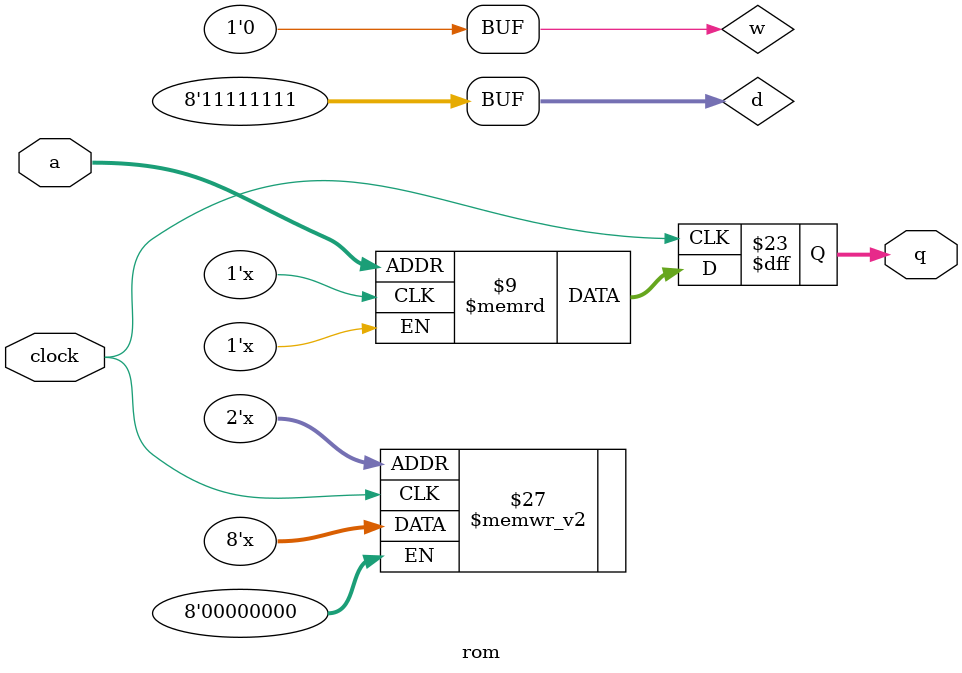
<source format=v>
module rom
//-------------------------------------------------------------------------------------------------
#
(
	parameter KB = 0,
	parameter FN = ""
)
(
	input  wire                      clock,
	input  wire[$clog2(KB*1024)-1:0] a,
	output reg [                7:0] q
);
//-------------------------------------------------------------------------------------------------

reg[7:0] mem[(KB*1024)-1:0];
initial if(FN != "") $readmemh(FN, mem);

wire w = 1'b0;
wire[7:0] d = 8'hFF;

always @(posedge clock) if(w) begin mem[a] <= d; q <= d; end else q <= mem[a];

//-------------------------------------------------------------------------------------------------
endmodule
//-------------------------------------------------------------------------------------------------

</source>
